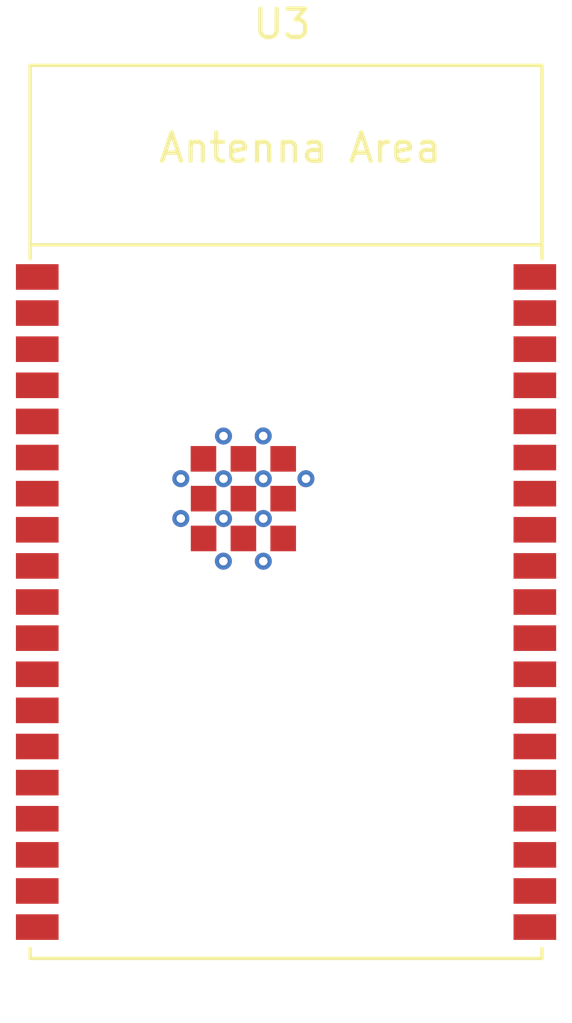
<source format=kicad_pcb>
(kicad_pcb (version 20240108) (generator "pcbnew") (generator_version "8.0")
  (layers (0 "F.Cu" signal) (31 "B.Cu" signal) (34 "B.Paste" user) (35 "F.Paste" user) (36 "B.SilkS" user "B.Silkscreen") (37 "F.SilkS" user "F.Silkscreen") (38 "B.Mask" user) (39 "F.Mask" user) (44 "Edge.Cuts" user))
  (net 0 "")
  (net 1 "GND")
  (footprint "footprints:ESP32-WROVER-E_ThermalVias" (layer "F.Cu") (at 164.75 80.395)
    (property "Reference" "U3" (at -0.14 -17.145 0) (layer "F.SilkS"))
    (property "Value" "ESP32-WROVER-E")
    (fp_line (start -9 -15.695) (end -9 -8.9) (stroke (width 0.12)) (layer "F.SilkS"))
    (fp_line (start -9 -9.385) (end 9 -9.385) (stroke (width 0.12)) (layer "F.SilkS"))
    (fp_line (start -9 15.705) (end -9 15.35) (stroke (width 0.12)) (layer "F.SilkS"))
    (fp_line (start -9 15.705) (end 9 15.705) (stroke (width 0.12)) (layer "F.SilkS"))
    (fp_line (start 9 -15.695) (end -9 -15.695) (stroke (width 0.12)) (layer "F.SilkS"))
    (fp_line (start 9 -15.65) (end 9 -8.9) (stroke (width 0.12)) (layer "F.SilkS"))
    (fp_line (start 9 15.705) (end 9 15.35) (stroke (width 0.12)) (layer "F.SilkS"))
    (fp_text user "Antenna Area" (at 0.5 -12.795 0) (layer "F.SilkS"))
    (pad "1" smd rect (at -8.75 -8.255) (size 1.5 0.9) (layers "F.Cu" "F.Paste" "F.Mask") (net 1 "GND"))
    (pad "2" smd rect (at -8.75 -6.985) (size 1.5 0.9) (layers "F.Cu" "F.Paste" "F.Mask"))
    (pad "3" smd rect (at -8.75 -5.715) (size 1.5 0.9) (layers "F.Cu" "F.Paste" "F.Mask"))
    (pad "4" smd rect (at -8.75 -4.445) (size 1.5 0.9) (layers "F.Cu" "F.Paste" "F.Mask"))
    (pad "5" smd rect (at -8.75 -3.175) (size 1.5 0.9) (layers "F.Cu" "F.Paste" "F.Mask"))
    (pad "6" smd rect (at -8.75 -1.905) (size 1.5 0.9) (layers "F.Cu" "F.Paste" "F.Mask"))
    (pad "7" smd rect (at -8.75 -0.635) (size 1.5 0.9) (layers "F.Cu" "F.Paste" "F.Mask"))
    (pad "8" smd rect (at -8.75 0.635) (size 1.5 0.9) (layers "F.Cu" "F.Paste" "F.Mask"))
    (pad "9" smd rect (at -8.75 1.905) (size 1.5 0.9) (layers "F.Cu" "F.Paste" "F.Mask"))
    (pad "10" smd rect (at -8.75 3.175) (size 1.5 0.9) (layers "F.Cu" "F.Paste" "F.Mask"))
    (pad "11" smd rect (at -8.75 4.445) (size 1.5 0.9) (layers "F.Cu" "F.Paste" "F.Mask"))
    (pad "12" smd rect (at -8.75 5.715) (size 1.5 0.9) (layers "F.Cu" "F.Paste" "F.Mask"))
    (pad "13" smd rect (at -8.75 6.985) (size 1.5 0.9) (layers "F.Cu" "F.Paste" "F.Mask"))
    (pad "14" smd rect (at -8.75 8.255) (size 1.5 0.9) (layers "F.Cu" "F.Paste" "F.Mask"))
    (pad "15" smd rect (at -8.75 9.525) (size 1.5 0.9) (layers "F.Cu" "F.Paste" "F.Mask") (net 1 "GND"))
    (pad "16" smd rect (at -8.75 10.795) (size 1.5 0.9) (layers "F.Cu" "F.Paste" "F.Mask"))
    (pad "17" smd rect (at -8.75 12.065) (size 1.5 0.9) (layers "F.Cu" "F.Paste" "F.Mask"))
    (pad "18" smd rect (at -8.75 13.335) (size 1.5 0.9) (layers "F.Cu" "F.Paste" "F.Mask"))
    (pad "19" smd rect (at -8.75 14.605) (size 1.5 0.9) (layers "F.Cu" "F.Paste" "F.Mask"))
    (pad "20" smd rect (at 8.75 14.605) (size 1.5 0.9) (layers "F.Cu" "F.Paste" "F.Mask"))
    (pad "21" smd rect (at 8.75 13.335) (size 1.5 0.9) (layers "F.Cu" "F.Paste" "F.Mask"))
    (pad "22" smd rect (at 8.75 12.065) (size 1.5 0.9) (layers "F.Cu" "F.Paste" "F.Mask"))
    (pad "23" smd rect (at 8.75 10.795) (size 1.5 0.9) (layers "F.Cu" "F.Paste" "F.Mask"))
    (pad "24" smd rect (at 8.75 9.525) (size 1.5 0.9) (layers "F.Cu" "F.Paste" "F.Mask"))
    (pad "25" smd rect (at 8.75 8.255) (size 1.5 0.9) (layers "F.Cu" "F.Paste" "F.Mask"))
    (pad "26" smd rect (at 8.75 6.985) (size 1.5 0.9) (layers "F.Cu" "F.Paste" "F.Mask"))
    (pad "27" smd rect (at 8.75 5.715) (size 1.5 0.9) (layers "F.Cu" "F.Paste" "F.Mask"))
    (pad "28" smd rect (at 8.75 4.445) (size 1.5 0.9) (layers "F.Cu" "F.Paste" "F.Mask"))
    (pad "29" smd rect (at 8.75 3.175) (size 1.5 0.9) (layers "F.Cu" "F.Paste" "F.Mask"))
    (pad "30" smd rect (at 8.75 1.905) (size 1.5 0.9) (layers "F.Cu" "F.Paste" "F.Mask"))
    (pad "31" smd rect (at 8.75 0.635) (size 1.5 0.9) (layers "F.Cu" "F.Paste" "F.Mask"))
    (pad "32" smd rect (at 8.75 -0.635) (size 1.5 0.9) (layers "F.Cu" "F.Paste" "F.Mask"))
    (pad "33" smd rect (at 8.75 -1.905) (size 1.5 0.9) (layers "F.Cu" "F.Paste" "F.Mask"))
    (pad "34" smd rect (at 8.75 -3.175) (size 1.5 0.9) (layers "F.Cu" "F.Paste" "F.Mask"))
    (pad "35" smd rect (at 8.75 -4.445) (size 1.5 0.9) (layers "F.Cu" "F.Paste" "F.Mask"))
    (pad "36" smd rect (at 8.75 -5.715) (size 1.5 0.9) (layers "F.Cu" "F.Paste" "F.Mask"))
    (pad "37" smd rect (at 8.75 -6.985) (size 1.5 0.9) (layers "F.Cu" "F.Paste" "F.Mask"))
    (pad "38" smd rect (at 8.75 -8.255) (size 1.5 0.9) (layers "F.Cu" "F.Paste" "F.Mask") (net 1 "GND"))
    (pad "39" thru_hole circle (at -3.700514 -1.16304) (size 0.6 0.6) (drill 0.3) (layers "*.Cu" "*.Mask") (net 1 "GND"))
    (pad "39" thru_hole circle (at -3.700514 0.237913) (size 0.6 0.6) (drill 0.3) (layers "*.Cu" "*.Mask") (net 1 "GND"))
    (pad "39" smd rect (at -2.905 -1.86) (size 0.9 0.9) (layers "F.Cu" "F.Paste" "F.Mask") (net 1 "GND"))
    (pad "39" smd rect (at -2.9 -0.46) (size 0.9 0.9) (layers "F.Cu" "F.Paste" "F.Mask") (net 1 "GND"))
    (pad "39" smd rect (at -2.9 0.94) (size 0.9 0.9) (layers "F.Cu" "F.Paste" "F.Mask") (net 1 "GND"))
    (pad "39" thru_hole circle (at -2.203555 1.738428) (size 0.6 0.6) (drill 0.3) (layers "*.Cu" "*.Mask") (net 1 "GND"))
    (pad "39" thru_hole circle (at -2.2 -2.66) (size 0.6 0.6) (drill 0.3) (layers "*.Cu" "*.Mask") (net 1 "GND"))
    (pad "39" thru_hole circle (at -2.2 -1.16) (size 0.6 0.6) (drill 0.3) (layers "*.Cu" "*.Mask") (net 1 "GND"))
    (pad "39" thru_hole circle (at -2.2 0.24) (size 0.6 0.6) (drill 0.3) (layers "*.Cu" "*.Mask") (net 1 "GND"))
    (pad "39" smd rect (at -1.5 -1.86) (size 0.9 0.9) (layers "F.Cu" "F.Paste" "F.Mask") (net 1 "GND"))
    (pad "39" smd rect (at -1.5 -0.46) (size 0.9 0.9) (layers "F.Cu" "F.Paste" "F.Mask") (net 1 "GND"))
    (pad "39" smd rect (at -1.5 0.94) (size 0.9 0.9) (layers "F.Cu" "F.Paste" "F.Mask") (net 1 "GND"))
    (pad "39" thru_hole circle (at -0.802601 -2.663555) (size 0.6 0.6) (drill 0.3) (layers "*.Cu" "*.Mask") (net 1 "GND"))
    (pad "39" thru_hole circle (at -0.8 -1.16) (size 0.6 0.6) (drill 0.3) (layers "*.Cu" "*.Mask") (net 1 "GND"))
    (pad "39" thru_hole circle (at -0.8 0.24) (size 0.6 0.6) (drill 0.3) (layers "*.Cu" "*.Mask") (net 1 "GND"))
    (pad "39" thru_hole circle (at -0.8 0.24) (size 0.6 0.6) (drill 0.3) (layers "*.Cu" "*.Mask") (net 1 "GND"))
    (pad "39" thru_hole circle (at -0.8 1.74) (size 0.6 0.6) (drill 0.3) (layers "*.Cu" "*.Mask") (net 1 "GND"))
    (pad "39" smd rect (at -0.1 -1.86) (size 0.9 0.9) (layers "F.Cu" "F.Paste" "F.Mask") (net 1 "GND"))
    (pad "39" smd rect (at -0.1 -0.46) (size 0.9 0.9) (layers "F.Cu" "F.Paste" "F.Mask") (net 1 "GND"))
    (pad "39" smd rect (at -0.1 0.94) (size 0.9 0.9) (layers "F.Cu" "F.Paste" "F.Mask") (net 1 "GND"))
    (pad "39" thru_hole circle (at 0.7 -1.16) (size 0.6 0.6) (drill 0.3) (layers "*.Cu" "*.Mask") (net 1 "GND"))
  )
)
</source>
